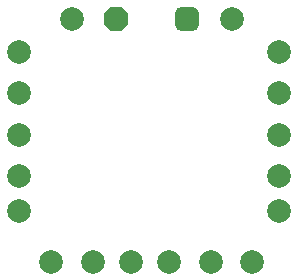
<source format=gbl>
G04*
G04 #@! TF.GenerationSoftware,Altium Limited,Altium Designer,23.8.1 (32)*
G04*
G04 Layer_Physical_Order=2*
G04 Layer_Color=16711680*
%FSLAX44Y44*%
%MOMM*%
G71*
G04*
G04 #@! TF.SameCoordinates,1C6102A1-C030-4D01-BDD8-3087C58EC81D*
G04*
G04*
G04 #@! TF.FilePolarity,Positive*
G04*
G01*
G75*
%ADD17C,2.0000*%
G04:AMPARAMS|DCode=18|XSize=2mm|YSize=2mm|CornerRadius=0.5mm|HoleSize=0mm|Usage=FLASHONLY|Rotation=270.000|XOffset=0mm|YOffset=0mm|HoleType=Round|Shape=RoundedRectangle|*
%AMROUNDEDRECTD18*
21,1,2.0000,1.0000,0,0,270.0*
21,1,1.0000,2.0000,0,0,270.0*
1,1,1.0000,-0.5000,-0.5000*
1,1,1.0000,-0.5000,0.5000*
1,1,1.0000,0.5000,0.5000*
1,1,1.0000,0.5000,-0.5000*
%
%ADD18ROUNDEDRECTD18*%
G04:AMPARAMS|DCode=19|XSize=2mm|YSize=2mm|CornerRadius=0mm|HoleSize=0mm|Usage=FLASHONLY|Rotation=270.000|XOffset=0mm|YOffset=0mm|HoleType=Round|Shape=Octagon|*
%AMOCTAGOND19*
4,1,8,-0.5000,-1.0000,0.5000,-1.0000,1.0000,-0.5000,1.0000,0.5000,0.5000,1.0000,-0.5000,1.0000,-1.0000,0.5000,-1.0000,-0.5000,-0.5000,-1.0000,0.0*
%
%ADD19OCTAGOND19*%

D17*
X742500Y875000D02*
D03*
Y810000D02*
D03*
Y840000D02*
D03*
Y910000D02*
D03*
Y945000D02*
D03*
X770000Y767500D02*
D03*
X805000D02*
D03*
X905000D02*
D03*
X870000D02*
D03*
X940000D02*
D03*
X962500Y810000D02*
D03*
Y840000D02*
D03*
Y910000D02*
D03*
Y875000D02*
D03*
Y945000D02*
D03*
X787500Y972500D02*
D03*
X922500D02*
D03*
X837500Y767500D02*
D03*
D18*
X885000Y972500D02*
D03*
D19*
X825000D02*
D03*
M02*

</source>
